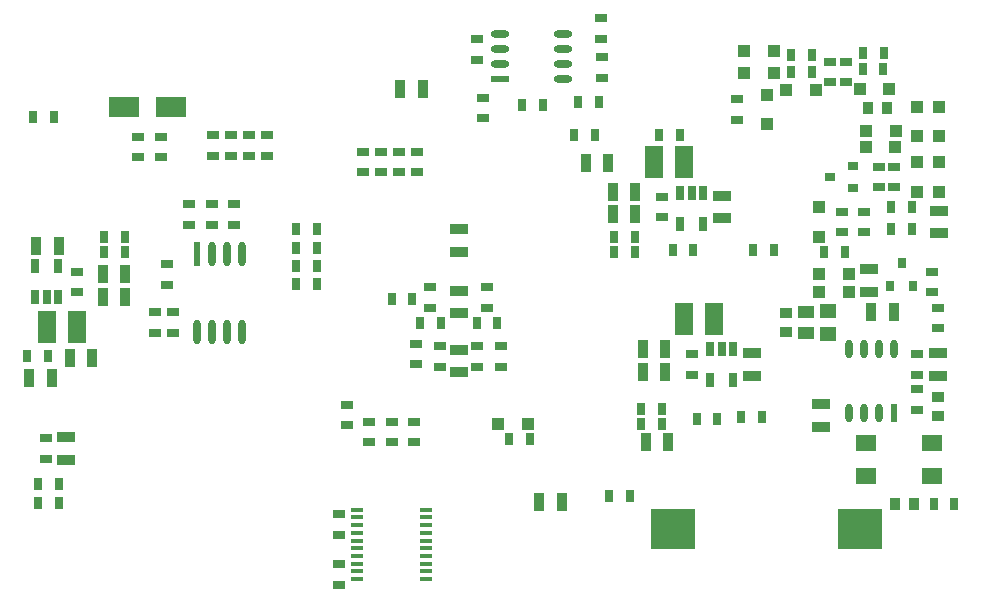
<source format=gbp>
G04 #@! TF.GenerationSoftware,KiCad,Pcbnew,5.0.0-rc3+dfsg1-2*
G04 #@! TF.CreationDate,2018-07-15T09:15:31+02:00*
G04 #@! TF.ProjectId,ulx3s,756C7833732E6B696361645F70636200,rev?*
G04 #@! TF.SameCoordinates,Original*
G04 #@! TF.FileFunction,Paste,Bot*
G04 #@! TF.FilePolarity,Positive*
%FSLAX46Y46*%
G04 Gerber Fmt 4.6, Leading zero omitted, Abs format (unit mm)*
G04 Created by KiCad (PCBNEW 5.0.0-rc3+dfsg1-2) date Sun Jul 15 09:15:31 2018*
%MOMM*%
%LPD*%
G01*
G04 APERTURE LIST*
%ADD10R,0.670000X1.000000*%
%ADD11R,3.700000X3.500000*%
%ADD12R,1.550000X0.600000*%
%ADD13O,1.550000X0.600000*%
%ADD14R,0.600000X2.100000*%
%ADD15O,0.600000X2.100000*%
%ADD16R,0.600000X1.550000*%
%ADD17O,0.600000X1.550000*%
%ADD18R,1.000000X0.400000*%
%ADD19R,0.700000X1.200000*%
%ADD20R,1.800000X1.400000*%
%ADD21R,0.970000X1.500000*%
%ADD22R,1.500000X0.970000*%
%ADD23R,1.000000X0.670000*%
%ADD24R,1.000000X1.000000*%
%ADD25R,1.500000X2.700000*%
%ADD26R,2.500000X1.800000*%
%ADD27R,0.800000X0.900000*%
%ADD28R,0.900000X0.800000*%
%ADD29R,0.820000X1.000000*%
%ADD30R,1.000000X0.820000*%
%ADD31R,1.400000X1.120000*%
%ADD32R,1.400000X1.295000*%
G04 APERTURE END LIST*
D10*
G04 #@! TO.C,C49*
X103738000Y-91156000D03*
X101988000Y-91156000D03*
G04 #@! TD*
D11*
G04 #@! TO.C,BAT1*
X172485000Y-105870000D03*
X156685000Y-105870000D03*
G04 #@! TD*
D12*
G04 #@! TO.C,U11*
X141980000Y-67706500D03*
D13*
X141980000Y-66436500D03*
X141980000Y-65166500D03*
X141980000Y-63896500D03*
X147380000Y-63896500D03*
X147380000Y-65166500D03*
X147380000Y-66436500D03*
X147380000Y-67706500D03*
G04 #@! TD*
D14*
G04 #@! TO.C,U10*
X116340000Y-82520000D03*
D15*
X117610000Y-82520000D03*
X118880000Y-82520000D03*
X120150000Y-82520000D03*
X120150000Y-89124000D03*
X118880000Y-89124000D03*
X117610000Y-89124000D03*
X116340000Y-89124000D03*
G04 #@! TD*
D16*
G04 #@! TO.C,U7*
X175395000Y-96015000D03*
D17*
X174125000Y-96015000D03*
X172855000Y-96015000D03*
X171585000Y-96015000D03*
X171585000Y-90615000D03*
X172855000Y-90615000D03*
X174125000Y-90615000D03*
X175395000Y-90615000D03*
G04 #@! TD*
D18*
G04 #@! TO.C,U6*
X129935000Y-104215000D03*
X129935000Y-104865000D03*
X129935000Y-105515000D03*
X129935000Y-106165000D03*
X129935000Y-106815000D03*
X129935000Y-107465000D03*
X129935000Y-108115000D03*
X129935000Y-108765000D03*
X129935000Y-109415000D03*
X129935000Y-110065000D03*
X135735000Y-110065000D03*
X135735000Y-109415000D03*
X135735000Y-108765000D03*
X135735000Y-108115000D03*
X135735000Y-107465000D03*
X135735000Y-106815000D03*
X135735000Y-106165000D03*
X135735000Y-105515000D03*
X135735000Y-104865000D03*
X135735000Y-104215000D03*
G04 #@! TD*
D19*
G04 #@! TO.C,U5*
X157285000Y-77392000D03*
X158235000Y-77392000D03*
X159185000Y-77392000D03*
X159185000Y-79992000D03*
X157285000Y-79992000D03*
G04 #@! TD*
G04 #@! TO.C,U3*
X159825000Y-90600000D03*
X160775000Y-90600000D03*
X161725000Y-90600000D03*
X161725000Y-93200000D03*
X159825000Y-93200000D03*
G04 #@! TD*
G04 #@! TO.C,U4*
X104575000Y-86215000D03*
X103625000Y-86215000D03*
X102675000Y-86215000D03*
X102675000Y-83615000D03*
X104575000Y-83615000D03*
G04 #@! TD*
D20*
G04 #@! TO.C,Y2*
X178576000Y-98522000D03*
X172976000Y-98522000D03*
X172976000Y-101322000D03*
X178576000Y-101322000D03*
G04 #@! TD*
D21*
G04 #@! TO.C,C47*
X133546000Y-68550000D03*
X135456000Y-68550000D03*
G04 #@! TD*
G04 #@! TO.C,C1*
X102748500Y-81885000D03*
X104658500Y-81885000D03*
G04 #@! TD*
D10*
G04 #@! TO.C,C2*
X153985000Y-96910000D03*
X155735000Y-96910000D03*
G04 #@! TD*
D21*
G04 #@! TO.C,C3*
X156015000Y-90630000D03*
X154105000Y-90630000D03*
G04 #@! TD*
G04 #@! TO.C,C4*
X154105000Y-92535000D03*
X156015000Y-92535000D03*
G04 #@! TD*
D22*
G04 #@! TO.C,C5*
X163315000Y-90945000D03*
X163315000Y-92855000D03*
G04 #@! TD*
D10*
G04 #@! TO.C,C6*
X151645000Y-82375000D03*
X153395000Y-82375000D03*
G04 #@! TD*
D21*
G04 #@! TO.C,C7*
X153475000Y-79200000D03*
X151565000Y-79200000D03*
G04 #@! TD*
G04 #@! TO.C,C8*
X153475000Y-77295000D03*
X151565000Y-77295000D03*
G04 #@! TD*
D22*
G04 #@! TO.C,C9*
X160775000Y-79520000D03*
X160775000Y-77610000D03*
G04 #@! TD*
D10*
G04 #@! TO.C,C10*
X108465000Y-81105000D03*
X110215000Y-81105000D03*
G04 #@! TD*
D21*
G04 #@! TO.C,C11*
X108385000Y-84280000D03*
X110295000Y-84280000D03*
G04 #@! TD*
G04 #@! TO.C,C12*
X110295000Y-86185000D03*
X108385000Y-86185000D03*
G04 #@! TD*
D22*
G04 #@! TO.C,C13*
X173221000Y-83833000D03*
X173221000Y-85743000D03*
G04 #@! TD*
D23*
G04 #@! TO.C,C14*
X175380000Y-76900000D03*
X175380000Y-75150000D03*
G04 #@! TD*
D22*
G04 #@! TO.C,C15*
X105276000Y-99967000D03*
X105276000Y-98057000D03*
G04 #@! TD*
D21*
G04 #@! TO.C,C16*
X173424000Y-87473000D03*
X175334000Y-87473000D03*
G04 #@! TD*
D22*
G04 #@! TO.C,C17*
X138500000Y-90665000D03*
X138500000Y-92575000D03*
G04 #@! TD*
D23*
G04 #@! TO.C,C18*
X150589600Y-64359000D03*
X150589600Y-62609000D03*
G04 #@! TD*
D22*
G04 #@! TO.C,C19*
X138500000Y-82375000D03*
X138500000Y-80465000D03*
G04 #@! TD*
G04 #@! TO.C,C20*
X138500000Y-87575000D03*
X138500000Y-85665000D03*
G04 #@! TD*
D21*
G04 #@! TO.C,C21*
X104072000Y-93061000D03*
X102162000Y-93061000D03*
G04 #@! TD*
G04 #@! TO.C,C22*
X154359000Y-98504000D03*
X156269000Y-98504000D03*
G04 #@! TD*
G04 #@! TO.C,C23*
X105591000Y-91392000D03*
X107501000Y-91392000D03*
G04 #@! TD*
G04 #@! TO.C,C24*
X151189000Y-74882000D03*
X149279000Y-74882000D03*
G04 #@! TD*
D23*
G04 #@! TO.C,C25*
X140900000Y-87095000D03*
X140900000Y-85345000D03*
G04 #@! TD*
G04 #@! TO.C,C26*
X136100000Y-87095000D03*
X136100000Y-85345000D03*
G04 #@! TD*
G04 #@! TO.C,C27*
X136900000Y-92095000D03*
X136900000Y-90345000D03*
G04 #@! TD*
G04 #@! TO.C,C28*
X140100000Y-90345000D03*
X140100000Y-92095000D03*
G04 #@! TD*
G04 #@! TO.C,C29*
X142100000Y-92095000D03*
X142100000Y-90345000D03*
G04 #@! TD*
G04 #@! TO.C,C30*
X134900000Y-90145000D03*
X134900000Y-91895000D03*
G04 #@! TD*
D10*
G04 #@! TO.C,C31*
X135225000Y-88420000D03*
X136975000Y-88420000D03*
G04 #@! TD*
G04 #@! TO.C,C32*
X140025000Y-88420000D03*
X141775000Y-88420000D03*
G04 #@! TD*
G04 #@! TO.C,C33*
X163425000Y-82220000D03*
X165175000Y-82220000D03*
G04 #@! TD*
G04 #@! TO.C,C34*
X158375000Y-82220000D03*
X156625000Y-82220000D03*
G04 #@! TD*
D23*
G04 #@! TO.C,C35*
X177300000Y-94025000D03*
X177300000Y-95775000D03*
G04 #@! TD*
D21*
G04 #@! TO.C,C46*
X145342000Y-103584000D03*
X147252000Y-103584000D03*
G04 #@! TD*
D10*
G04 #@! TO.C,C48*
X104246000Y-70963000D03*
X102496000Y-70963000D03*
G04 #@! TD*
D23*
G04 #@! TO.C,C50*
X179063000Y-88856000D03*
X179063000Y-87106000D03*
G04 #@! TD*
D10*
G04 #@! TO.C,C51*
X180473000Y-103711000D03*
X178723000Y-103711000D03*
G04 #@! TD*
G04 #@! TO.C,C52*
X158645000Y-96490000D03*
X160395000Y-96490000D03*
G04 #@! TD*
G04 #@! TO.C,C53*
X132827200Y-86330000D03*
X134577200Y-86330000D03*
G04 #@! TD*
D22*
G04 #@! TO.C,C54*
X169172000Y-95281000D03*
X169172000Y-97191000D03*
G04 #@! TD*
G04 #@! TO.C,D11*
X179190000Y-80790000D03*
X179190000Y-78880000D03*
G04 #@! TD*
D24*
G04 #@! TO.C,D10*
X169050000Y-84280000D03*
X171550000Y-84280000D03*
G04 #@! TD*
G04 #@! TO.C,D12*
X169030000Y-78585000D03*
X169030000Y-81085000D03*
G04 #@! TD*
G04 #@! TO.C,D13*
X171550000Y-85804000D03*
X169050000Y-85804000D03*
G04 #@! TD*
G04 #@! TO.C,D14*
X179190000Y-74775000D03*
X179190000Y-77275000D03*
G04 #@! TD*
G04 #@! TO.C,D15*
X177285000Y-77275000D03*
X177285000Y-74775000D03*
G04 #@! TD*
G04 #@! TO.C,D16*
X172987000Y-73503000D03*
X175487000Y-73503000D03*
G04 #@! TD*
G04 #@! TO.C,D17*
X164585000Y-69060000D03*
X164585000Y-71560000D03*
G04 #@! TD*
G04 #@! TO.C,D20*
X168756000Y-68659000D03*
X166256000Y-68659000D03*
G04 #@! TD*
G04 #@! TO.C,D21*
X174979000Y-68550000D03*
X172479000Y-68550000D03*
G04 #@! TD*
G04 #@! TO.C,D23*
X165200000Y-67262000D03*
X162700000Y-67262000D03*
G04 #@! TD*
G04 #@! TO.C,D24*
X162700000Y-65357000D03*
X165200000Y-65357000D03*
G04 #@! TD*
G04 #@! TO.C,D25*
X177285000Y-72594000D03*
X177285000Y-70094000D03*
G04 #@! TD*
G04 #@! TO.C,D26*
X179190000Y-70094000D03*
X179190000Y-72594000D03*
G04 #@! TD*
D23*
G04 #@! TO.C,R49*
X113277000Y-74360000D03*
X113277000Y-72610000D03*
G04 #@! TD*
G04 #@! TO.C,R50*
X111372000Y-72610000D03*
X111372000Y-74360000D03*
G04 #@! TD*
D10*
G04 #@! TO.C,R51*
X155455000Y-72487000D03*
X157205000Y-72487000D03*
G04 #@! TD*
D23*
G04 #@! TO.C,R52*
X171331000Y-66278000D03*
X171331000Y-68028000D03*
G04 #@! TD*
G04 #@! TO.C,R53*
X169919000Y-68028000D03*
X169919000Y-66278000D03*
G04 #@! TD*
D10*
G04 #@! TO.C,R54*
X174477000Y-65502000D03*
X172727000Y-65502000D03*
G04 #@! TD*
D23*
G04 #@! TO.C,R56*
X128390000Y-106321000D03*
X128390000Y-104571000D03*
G04 #@! TD*
G04 #@! TO.C,R57*
X117722000Y-72483000D03*
X117722000Y-74233000D03*
G04 #@! TD*
G04 #@! TO.C,R58*
X119246000Y-74233000D03*
X119246000Y-72483000D03*
G04 #@! TD*
G04 #@! TO.C,R59*
X120770000Y-72483000D03*
X120770000Y-74233000D03*
G04 #@! TD*
G04 #@! TO.C,R60*
X122294000Y-74233000D03*
X122294000Y-72483000D03*
G04 #@! TD*
D10*
G04 #@! TO.C,R61*
X145655000Y-69900000D03*
X143905000Y-69900000D03*
G04 #@! TD*
G04 #@! TO.C,R40*
X166631000Y-65738000D03*
X168381000Y-65738000D03*
G04 #@! TD*
D23*
G04 #@! TO.C,R55*
X134740000Y-96740000D03*
X134740000Y-98490000D03*
G04 #@! TD*
D22*
G04 #@! TO.C,C55*
X179078000Y-90963000D03*
X179078000Y-92873000D03*
G04 #@! TD*
D23*
G04 #@! TO.C,R65*
X177300000Y-92793000D03*
X177300000Y-91043000D03*
G04 #@! TD*
D25*
G04 #@! TO.C,L1*
X160140000Y-88090000D03*
X157600000Y-88090000D03*
G04 #@! TD*
G04 #@! TO.C,L2*
X103625000Y-88725000D03*
X106165000Y-88725000D03*
G04 #@! TD*
G04 #@! TO.C,L3*
X155060000Y-74755000D03*
X157600000Y-74755000D03*
G04 #@! TD*
D10*
G04 #@! TO.C,R1*
X171175000Y-82375000D03*
X169425000Y-82375000D03*
G04 #@! TD*
D23*
G04 #@! TO.C,R2*
X172840000Y-78960000D03*
X172840000Y-80710000D03*
G04 #@! TD*
G04 #@! TO.C,R3*
X162045000Y-71185000D03*
X162045000Y-69435000D03*
G04 #@! TD*
D10*
G04 #@! TO.C,R4*
X176890000Y-80470000D03*
X175140000Y-80470000D03*
G04 #@! TD*
D23*
G04 #@! TO.C,R5*
X174110000Y-75150000D03*
X174110000Y-76900000D03*
G04 #@! TD*
G04 #@! TO.C,R6*
X178555000Y-85790000D03*
X178555000Y-84040000D03*
G04 #@! TD*
G04 #@! TO.C,R7*
X113785000Y-85155000D03*
X113785000Y-83405000D03*
G04 #@! TD*
G04 #@! TO.C,R8*
X170935000Y-80710000D03*
X170935000Y-78960000D03*
G04 #@! TD*
G04 #@! TO.C,R9*
X128390000Y-110555000D03*
X128390000Y-108805000D03*
G04 #@! TD*
D10*
G04 #@! TO.C,R10*
X151264000Y-103076000D03*
X153014000Y-103076000D03*
G04 #@! TD*
D23*
G04 #@! TO.C,R11*
X119515000Y-80093000D03*
X119515000Y-78343000D03*
G04 #@! TD*
G04 #@! TO.C,R12*
X114308000Y-89219000D03*
X114308000Y-87469000D03*
G04 #@! TD*
D10*
G04 #@! TO.C,R13*
X175140000Y-78565000D03*
X176890000Y-78565000D03*
G04 #@! TD*
G04 #@! TO.C,R14*
X124721000Y-85060000D03*
X126471000Y-85060000D03*
G04 #@! TD*
G04 #@! TO.C,R15*
X126471000Y-83536000D03*
X124721000Y-83536000D03*
G04 #@! TD*
G04 #@! TO.C,R16*
X124721000Y-82012000D03*
X126471000Y-82012000D03*
G04 #@! TD*
G04 #@! TO.C,R17*
X126471000Y-80470000D03*
X124721000Y-80470000D03*
G04 #@! TD*
D23*
G04 #@! TO.C,R18*
X130422000Y-73898000D03*
X130422000Y-75648000D03*
G04 #@! TD*
G04 #@! TO.C,R19*
X131961000Y-73898000D03*
X131961000Y-75648000D03*
G04 #@! TD*
G04 #@! TO.C,R20*
X133485000Y-73898000D03*
X133485000Y-75648000D03*
G04 #@! TD*
G04 #@! TO.C,R21*
X135009000Y-75648000D03*
X135009000Y-73898000D03*
G04 #@! TD*
G04 #@! TO.C,R22*
X140025500Y-66105000D03*
X140025500Y-64355000D03*
G04 #@! TD*
G04 #@! TO.C,R23*
X140597000Y-71076000D03*
X140597000Y-69326000D03*
G04 #@! TD*
G04 #@! TO.C,R24*
X150615000Y-67647000D03*
X150615000Y-65897000D03*
G04 #@! TD*
D10*
G04 #@! TO.C,R25*
X148300000Y-72487000D03*
X150050000Y-72487000D03*
G04 #@! TD*
G04 #@! TO.C,R26*
X150362000Y-69693000D03*
X148612000Y-69693000D03*
G04 #@! TD*
D23*
G04 #@! TO.C,R27*
X129025000Y-95300000D03*
X129025000Y-97050000D03*
G04 #@! TD*
G04 #@! TO.C,R28*
X117595000Y-78343000D03*
X117595000Y-80093000D03*
G04 #@! TD*
G04 #@! TO.C,R29*
X112784000Y-89219000D03*
X112784000Y-87469000D03*
G04 #@! TD*
G04 #@! TO.C,R30*
X115690000Y-78343000D03*
X115690000Y-80093000D03*
G04 #@! TD*
D10*
G04 #@! TO.C,R31*
X142755000Y-98250000D03*
X144505000Y-98250000D03*
G04 #@! TD*
D23*
G04 #@! TO.C,R32*
X132835000Y-98490000D03*
X132835000Y-96740000D03*
G04 #@! TD*
G04 #@! TO.C,R33*
X130930000Y-96740000D03*
X130930000Y-98490000D03*
G04 #@! TD*
D10*
G04 #@! TO.C,R34*
X102877000Y-103600000D03*
X104627000Y-103600000D03*
G04 #@! TD*
G04 #@! TO.C,R35*
X102877000Y-102060000D03*
X104627000Y-102060000D03*
G04 #@! TD*
D23*
G04 #@! TO.C,R38*
X103576500Y-99905000D03*
X103576500Y-98155000D03*
G04 #@! TD*
D10*
G04 #@! TO.C,R39*
X164190000Y-96345000D03*
X162440000Y-96345000D03*
G04 #@! TD*
G04 #@! TO.C,R63*
X168381000Y-67135000D03*
X166631000Y-67135000D03*
G04 #@! TD*
G04 #@! TO.C,R64*
X174475000Y-66899000D03*
X172725000Y-66899000D03*
G04 #@! TD*
G04 #@! TO.C,RA1*
X153985000Y-95640000D03*
X155735000Y-95640000D03*
G04 #@! TD*
G04 #@! TO.C,RA2*
X110215000Y-82375000D03*
X108465000Y-82375000D03*
G04 #@! TD*
G04 #@! TO.C,RA3*
X151645000Y-81105000D03*
X153395000Y-81105000D03*
G04 #@! TD*
D23*
G04 #@! TO.C,RB1*
X158235000Y-92775000D03*
X158235000Y-91025000D03*
G04 #@! TD*
G04 #@! TO.C,RB2*
X106165000Y-85790000D03*
X106165000Y-84040000D03*
G04 #@! TD*
G04 #@! TO.C,RB3*
X155695000Y-79440000D03*
X155695000Y-77690000D03*
G04 #@! TD*
D26*
G04 #@! TO.C,D8*
X110149000Y-70074000D03*
X114149000Y-70074000D03*
G04 #@! TD*
D27*
G04 #@! TO.C,Q1*
X176015000Y-83280000D03*
X175065000Y-85280000D03*
X176965000Y-85280000D03*
G04 #@! TD*
D28*
G04 #@! TO.C,Q2*
X171935000Y-75075000D03*
X171935000Y-76975000D03*
X169935000Y-76025000D03*
G04 #@! TD*
D24*
G04 #@! TO.C,D27*
X175502000Y-72106000D03*
X173002000Y-72106000D03*
G04 #@! TD*
D29*
G04 #@! TO.C,R66*
X173198000Y-70201000D03*
X174798000Y-70201000D03*
G04 #@! TD*
D30*
G04 #@! TO.C,C56*
X179078000Y-96274000D03*
X179078000Y-94674000D03*
G04 #@! TD*
D29*
G04 #@! TO.C,C57*
X177084000Y-103711000D03*
X175484000Y-103711000D03*
G04 #@! TD*
D31*
G04 #@! TO.C,C58*
X167902000Y-89242000D03*
X167902000Y-87482000D03*
G04 #@! TD*
D30*
G04 #@! TO.C,C59*
X166251000Y-89162000D03*
X166251000Y-87562000D03*
G04 #@! TD*
D32*
G04 #@! TO.C,L4*
X169807000Y-87394500D03*
X169807000Y-89329500D03*
G04 #@! TD*
D24*
G04 #@! TO.C,D28*
X144372000Y-96980000D03*
X141872000Y-96980000D03*
G04 #@! TD*
M02*

</source>
